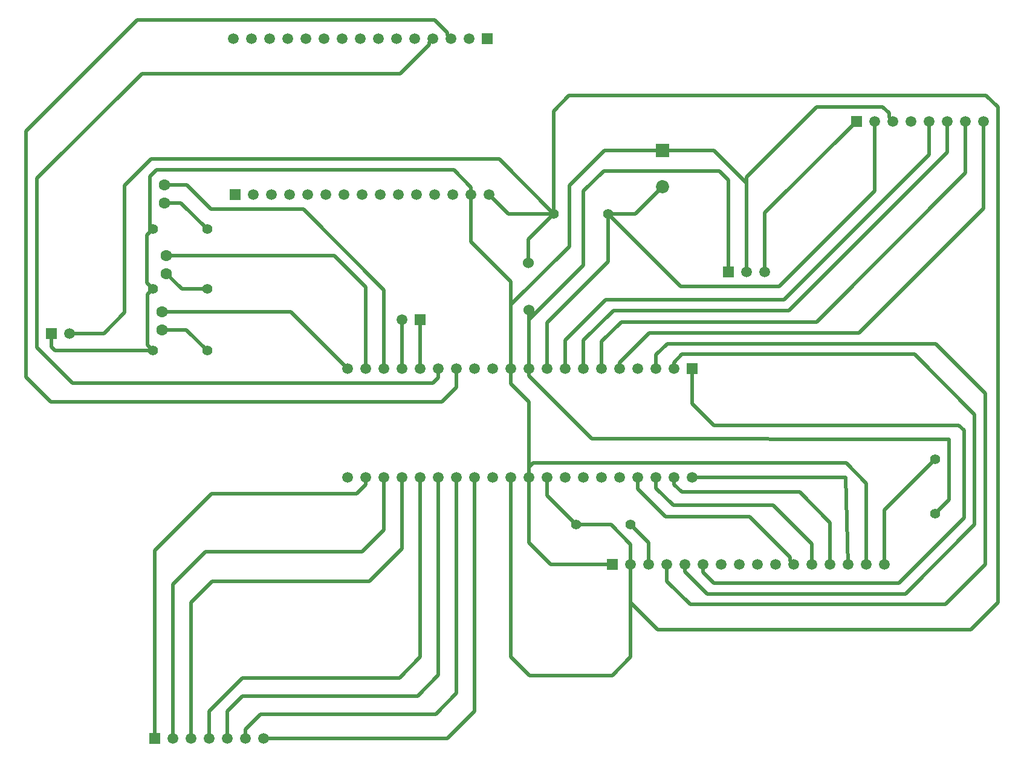
<source format=gbl>
G04 Layer_Physical_Order=2*
G04 Layer_Color=16711680*
%FSLAX25Y25*%
%MOIN*%
G70*
G01*
G75*
%ADD10C,0.01968*%
%ADD11C,0.06299*%
%ADD12R,0.05905X0.05905*%
%ADD13C,0.05905*%
%ADD14C,0.05512*%
%ADD15R,0.05905X0.05905*%
%ADD16R,0.07283X0.07283*%
%ADD17C,0.07283*%
%ADD18C,0.06000*%
D10*
X277200Y622700D02*
X280500Y626000D01*
X277200Y596300D02*
Y622700D01*
Y596300D02*
X280500Y593000D01*
X398000Y485000D02*
Y489000D01*
X393000Y480000D02*
X398000Y485000D01*
X312881Y480000D02*
X393000D01*
X281500Y448619D02*
X312881Y480000D01*
X281500Y345000D02*
Y448619D01*
X408000Y460000D02*
Y489000D01*
X396000Y448000D02*
X408000Y460000D01*
X309500Y448000D02*
X396000D01*
X291500Y430000D02*
X309500Y448000D01*
X291500Y345000D02*
Y430000D01*
X418000Y449600D02*
Y489000D01*
X400000Y431600D02*
X418000Y449600D01*
X313100Y431600D02*
X400000D01*
X301500Y420000D02*
X313100Y431600D01*
X301500Y345000D02*
Y420000D01*
X438000Y380000D02*
Y489000D01*
X426400Y368400D02*
X438000Y380000D01*
X329900Y368400D02*
X426400D01*
X321500Y360000D02*
X329900Y368400D01*
X321500Y345000D02*
Y360000D01*
X448000Y370000D02*
Y489000D01*
X436400Y358400D02*
X448000Y370000D01*
X339900Y358400D02*
X436400D01*
X331500Y350000D02*
X339900Y358400D01*
X331500Y345000D02*
Y350000D01*
X458000Y360000D02*
Y489000D01*
X443000Y345000D02*
X458000Y360000D01*
X341500Y345000D02*
X443000D01*
X428000Y549000D02*
Y576000D01*
X418000Y549000D02*
Y576000D01*
X546500Y634500D02*
X561500Y649500D01*
X531500Y634500D02*
X546500D01*
X718500Y668311D02*
Y685500D01*
X631341Y581152D02*
X718500Y668311D01*
X534597Y581152D02*
X631341D01*
X518000Y564555D02*
X534597Y581152D01*
X518000Y549000D02*
Y564555D01*
X728500Y656877D02*
Y685500D01*
X646488Y574864D02*
X728500Y656877D01*
X538864Y574864D02*
X646488D01*
X528000Y564000D02*
X538864Y574864D01*
X528000Y549000D02*
Y564000D01*
X466000Y645000D02*
X476500Y634500D01*
X501500D01*
X356500Y580500D02*
X388000Y549000D01*
X285500Y580500D02*
X356500D01*
X299000Y570500D02*
X310500Y559000D01*
X285500Y570500D02*
X299000D01*
X684000Y471000D02*
X712000Y499000D01*
X684000Y441000D02*
Y471000D01*
X618000Y635000D02*
X668500Y685500D01*
X618000Y602500D02*
Y635000D01*
X408000Y549000D02*
Y592500D01*
X363400Y637100D02*
X408000Y592500D01*
X312500Y637100D02*
X363400D01*
X299100Y650500D02*
X312500Y637100D01*
X287000Y650500D02*
X299100D01*
X296000Y640500D02*
X310500Y626000D01*
X287000Y640500D02*
X296000D01*
X398000Y549000D02*
Y594100D01*
X380600Y611500D02*
X398000Y594100D01*
X288000Y611500D02*
X380600D01*
X296500Y593000D02*
X310500D01*
X288000Y601500D02*
X296500Y593000D01*
X428000Y390000D02*
Y489000D01*
X416400Y378400D02*
X428000Y390000D01*
X329900Y378400D02*
X416400D01*
X311500Y360000D02*
X329900Y378400D01*
X311500Y345000D02*
Y360000D01*
X531500Y634500D02*
X571500Y594500D01*
X625800D01*
X678500Y647200D01*
Y685500D01*
X738500Y637300D02*
Y685500D01*
X669911Y568711D02*
X738500Y637300D01*
X554220Y568711D02*
X669911D01*
X538000Y552491D02*
X554220Y568711D01*
X538000Y549000D02*
Y552491D01*
X277400Y562100D02*
X280500Y559000D01*
X277400Y562100D02*
Y589900D01*
X280500Y593000D01*
X568000Y485200D02*
Y489000D01*
Y485200D02*
X572300Y480900D01*
X637100D01*
X654000Y464000D01*
Y441000D02*
Y464000D01*
X448000Y538800D02*
Y549000D01*
X440000Y530800D02*
X448000Y538800D01*
X224100Y530800D02*
X440000D01*
X210662Y544238D02*
X224100Y530800D01*
X210662Y544238D02*
Y680068D01*
X271994Y741400D01*
X644000Y441000D02*
Y452400D01*
X622700Y473700D02*
X644000Y452400D01*
X567400Y473700D02*
X622700D01*
X558000Y483100D02*
X567400Y473700D01*
X558000Y483100D02*
Y489000D01*
X631900Y443100D02*
X634000Y441000D01*
X631900Y443100D02*
Y445000D01*
X609472Y467428D02*
X631900Y445000D01*
X563172Y467428D02*
X609472D01*
X548000Y482600D02*
X563172Y467428D01*
X548000Y482600D02*
Y489000D01*
X498000Y479000D02*
X514000Y463000D01*
X498000Y479000D02*
Y489000D01*
X488000Y453000D02*
Y489000D01*
Y453000D02*
X500000Y441000D01*
X534000D01*
X544000D02*
Y452100D01*
X533100Y463000D02*
X544000Y452100D01*
X514000Y463000D02*
X533100D01*
X226600Y559000D02*
X280500D01*
X224500Y561100D02*
X226600Y559000D01*
X224500Y561100D02*
Y568500D01*
X674000Y441000D02*
Y485800D01*
X662900Y496900D02*
X674000Y485800D01*
X490100Y496900D02*
X662900D01*
X488000Y494800D02*
X490100Y496900D01*
X708500Y667094D02*
Y685500D01*
X628464Y587058D02*
X708500Y667094D01*
X530231Y587058D02*
X628464D01*
X508000Y564826D02*
X530231Y587058D01*
X508000Y549000D02*
Y564826D01*
X456000Y619000D02*
X478000Y597000D01*
X456000Y619000D02*
Y645000D01*
X529600Y669500D02*
X561500D01*
X510100Y650000D02*
X529600Y669500D01*
X510100Y616500D02*
Y650000D01*
X478000Y584400D02*
X510100Y616500D01*
X478000Y549000D02*
Y584400D01*
X608000Y602500D02*
Y651500D01*
X590000Y669500D02*
X608000Y651500D01*
X561500Y669500D02*
X590000D01*
X686400Y687600D02*
X688500Y685500D01*
X686400Y687600D02*
Y690000D01*
X683000Y693400D02*
X686400Y690000D01*
X646700Y693400D02*
X683000D01*
X608000Y654700D02*
X646700Y693400D01*
X487500Y620500D02*
X501500Y634500D01*
X554000Y441000D02*
Y453000D01*
X544000Y463000D02*
X554000Y453000D01*
X478000Y540600D02*
Y549000D01*
Y540600D02*
X488000Y530600D01*
X278900Y627600D02*
X280500Y626000D01*
X278900Y627600D02*
Y655000D01*
X282500Y658600D01*
X446600D01*
X456000Y649200D01*
Y645000D02*
Y649200D01*
X216600Y653900D02*
X274400Y711700D01*
X216600Y560600D02*
Y653900D01*
Y560600D02*
X236300Y540900D01*
X435000D01*
X438000Y543900D01*
Y549000D01*
X558000D02*
Y556560D01*
X564220Y562780D01*
X712206D01*
X739611Y535374D01*
Y440898D02*
Y535374D01*
X717602Y418889D02*
X739611Y440898D01*
X576811Y418889D02*
X717602D01*
X564000Y431700D02*
X576811Y418889D01*
X564000Y431700D02*
Y441000D01*
X568000Y549000D02*
Y552500D01*
X572374Y556874D01*
X700526D01*
X733706Y523694D01*
Y462906D02*
Y523694D01*
X695594Y424794D02*
X733706Y462906D01*
X586206Y424794D02*
X695594D01*
X574000Y437000D02*
X586206Y424794D01*
X574000Y437000D02*
Y441000D01*
X578000Y529752D02*
Y549000D01*
Y529752D02*
X590000Y517752D01*
X725048D01*
X727800Y515000D01*
Y466600D02*
Y515000D01*
X691900Y430700D02*
X727800Y466600D01*
X590000Y430700D02*
X691900D01*
X584000Y436700D02*
X590000Y430700D01*
X584000Y436700D02*
Y441000D01*
X662400Y489000D02*
X664000Y441000D01*
X578000Y489000D02*
X662400D01*
X531500Y608033D02*
Y634500D01*
X498000Y574533D02*
X531500Y608033D01*
X498000Y549000D02*
Y574533D01*
X533800Y379800D02*
X544000Y390000D01*
X488200Y379800D02*
X533800D01*
X478000Y390000D02*
X488200Y379800D01*
X478000Y390000D02*
Y489000D01*
X488000Y545000D02*
Y549000D01*
Y545000D02*
X522600Y510400D01*
X719700Y510172D01*
Y476700D02*
Y510172D01*
X712000Y469000D02*
X719700Y476700D01*
X598000Y602500D02*
Y653100D01*
X593000Y658100D02*
X598000Y653100D01*
X529200Y658100D02*
X593000D01*
X518000Y646900D02*
X529200Y658100D01*
X518000Y606100D02*
Y646900D01*
X234500Y568500D02*
X253500D01*
X265000Y580000D01*
Y650000D01*
X279600Y664600D01*
X501500Y634500D02*
Y691200D01*
X510000Y699700D01*
X740000D01*
X746400Y693300D01*
Y420000D02*
Y693300D01*
X731400Y405000D02*
X746400Y420000D01*
X559000Y405000D02*
X731400D01*
X544000Y420000D02*
X559000Y405000D01*
X544000Y420000D02*
Y441000D01*
X478000Y584400D02*
Y597000D01*
X488000Y489000D02*
Y494800D01*
Y530600D01*
X608000Y651500D02*
Y654700D01*
X544000Y390000D02*
Y420000D01*
X279600Y664600D02*
X471400D01*
X501500Y634500D01*
X487500Y607500D02*
Y620500D01*
X488000Y549000D02*
Y576100D01*
Y581500D01*
Y576100D02*
X518000Y606100D01*
X271994Y741400D02*
X435736D01*
X442874Y734262D01*
Y733126D02*
Y734262D01*
Y733126D02*
X445000Y731000D01*
X274400Y711700D02*
X416835D01*
X432874Y727739D01*
Y728874D01*
D11*
X287000Y650500D02*
D03*
Y640500D02*
D03*
X288000Y611500D02*
D03*
Y601500D02*
D03*
X285500Y580500D02*
D03*
Y570500D02*
D03*
D12*
X598000Y602500D02*
D03*
X534000Y441000D02*
D03*
X281500Y345000D02*
D03*
X668500Y685500D02*
D03*
X326000Y645000D02*
D03*
X465000Y731000D02*
D03*
X428000Y576000D02*
D03*
X224500Y568500D02*
D03*
D13*
X608000Y602500D02*
D03*
X618000D02*
D03*
X544000Y441000D02*
D03*
X554000D02*
D03*
X564000D02*
D03*
X574000D02*
D03*
X584000D02*
D03*
X594000D02*
D03*
X604000D02*
D03*
X614000D02*
D03*
X624000D02*
D03*
X634000D02*
D03*
X644000D02*
D03*
X654000D02*
D03*
X664000D02*
D03*
X674000D02*
D03*
X684000D02*
D03*
X341500Y345000D02*
D03*
X331500D02*
D03*
X321500D02*
D03*
X311500D02*
D03*
X291500D02*
D03*
X301500D02*
D03*
X568000Y549000D02*
D03*
X558000D02*
D03*
X548000D02*
D03*
X538000D02*
D03*
X528000D02*
D03*
X518000D02*
D03*
X508000D02*
D03*
X498000D02*
D03*
X488000D02*
D03*
X478000D02*
D03*
X468000D02*
D03*
X458000D02*
D03*
X448000D02*
D03*
X438000D02*
D03*
X428000D02*
D03*
X418000D02*
D03*
X408000D02*
D03*
X398000D02*
D03*
X388000D02*
D03*
X578000Y489000D02*
D03*
X568000D02*
D03*
X558000D02*
D03*
X548000D02*
D03*
X538000D02*
D03*
X528000D02*
D03*
X518000D02*
D03*
X508000D02*
D03*
X498000D02*
D03*
X488000D02*
D03*
X478000D02*
D03*
X468000D02*
D03*
X458000D02*
D03*
X448000D02*
D03*
X438000D02*
D03*
X428000D02*
D03*
X418000D02*
D03*
X408000D02*
D03*
X398000D02*
D03*
X388000D02*
D03*
X678500Y685500D02*
D03*
X688500D02*
D03*
X698500D02*
D03*
X708500D02*
D03*
X718500D02*
D03*
X728500D02*
D03*
X738500D02*
D03*
X466000Y645000D02*
D03*
X456000D02*
D03*
X446000D02*
D03*
X436000D02*
D03*
X426000D02*
D03*
X416000D02*
D03*
X406000D02*
D03*
X396000D02*
D03*
X386000D02*
D03*
X376000D02*
D03*
X366000D02*
D03*
X356000D02*
D03*
X346000D02*
D03*
X336000D02*
D03*
X325000Y731000D02*
D03*
X335000D02*
D03*
X345000D02*
D03*
X355000D02*
D03*
X365000D02*
D03*
X375000D02*
D03*
X385000D02*
D03*
X395000D02*
D03*
X405000D02*
D03*
X415000D02*
D03*
X425000D02*
D03*
X435000D02*
D03*
X445000D02*
D03*
X455000D02*
D03*
X418000Y576000D02*
D03*
X234500Y568500D02*
D03*
D14*
X310500Y626000D02*
D03*
X280500D02*
D03*
X544000Y463000D02*
D03*
X514000D02*
D03*
X310500Y593000D02*
D03*
X280500D02*
D03*
X712000Y499000D02*
D03*
Y469000D02*
D03*
X310500Y559000D02*
D03*
X280500D02*
D03*
X501500Y634500D02*
D03*
X531500D02*
D03*
D15*
X578000Y549000D02*
D03*
D16*
X561500Y669500D02*
D03*
D17*
Y649500D02*
D03*
D18*
X487500Y607500D02*
D03*
X488000Y581500D02*
D03*
M02*

</source>
